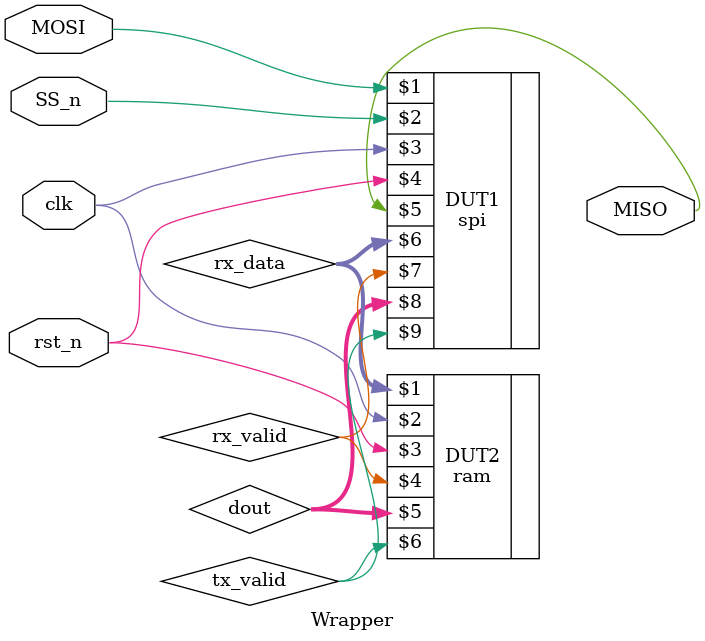
<source format=v>
module Wrapper(MOSI,MISO,clk,rst_n,SS_n);

	input MOSI,SS_n,clk,rst_n;
	output MISO;
	wire rx_valid;
	wire tx_valid;
	wire [7:0] tx_data;
	wire [9:0] rx_data;
	wire [7:0]dout;
	//reg [9:0] din;
	spi DUT1 (MOSI,SS_n,clk,rst_n,MISO,rx_data,rx_valid,dout,tx_valid);
	ram DUT2 (rx_data,clk,rst_n,rx_valid,dout,tx_valid);

endmodule
</source>
